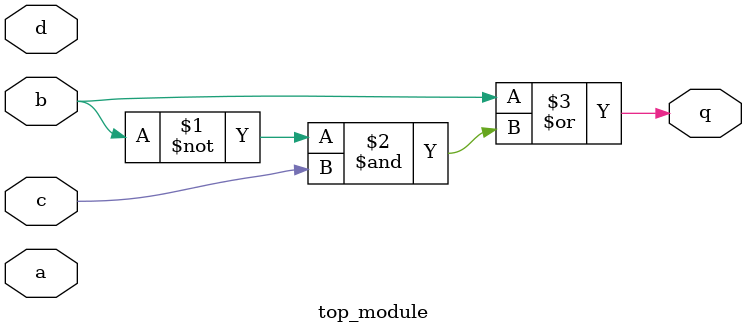
<source format=v>
module top_module (
    input a,
    input b,
    input c,
    input d,
    output q );//

    assign q = b | ~b&c; // Fix me

endmodule



</source>
